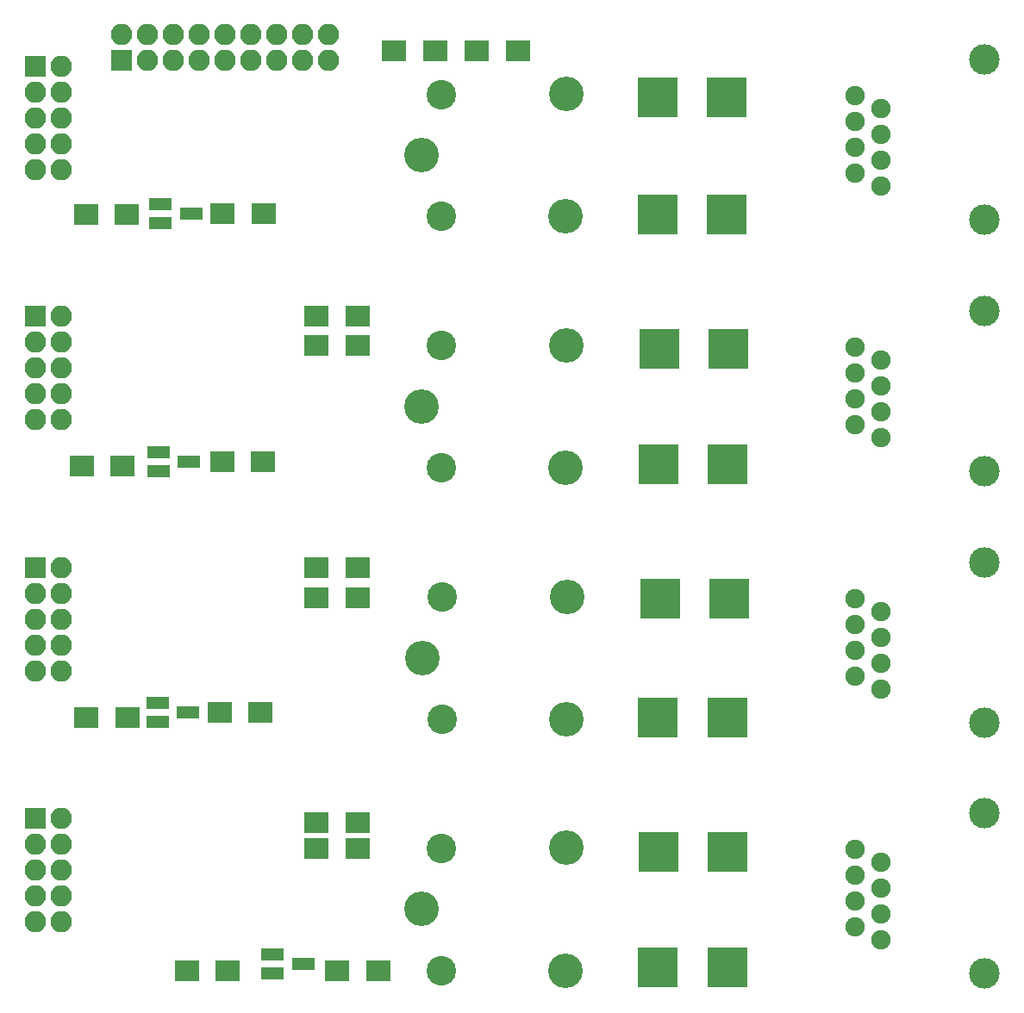
<source format=gts>
G04 #@! TF.FileFunction,Soldermask,Top*
%FSLAX46Y46*%
G04 Gerber Fmt 4.6, Leading zero omitted, Abs format (unit mm)*
G04 Created by KiCad (PCBNEW 4.0.7) date 03/01/19 13:16:32*
%MOMM*%
%LPD*%
G01*
G04 APERTURE LIST*
%ADD10C,0.100000*%
%ADD11C,1.900000*%
%ADD12C,3.000000*%
%ADD13R,3.900000X3.900000*%
%ADD14C,2.900000*%
%ADD15C,3.400000*%
%ADD16R,2.300000X1.200000*%
%ADD17R,2.400000X2.100000*%
%ADD18R,2.100000X2.100000*%
%ADD19O,2.100000X2.100000*%
G04 APERTURE END LIST*
D10*
D11*
X223075500Y-136652000D03*
X223075500Y-139192000D03*
X223075500Y-141732000D03*
X223075500Y-144272000D03*
X220535500Y-135382000D03*
X220535500Y-137922000D03*
X220535500Y-140462000D03*
X220535500Y-143002000D03*
D12*
X233235500Y-147574000D03*
X233235500Y-131826000D03*
D13*
X207933500Y-72961500D03*
X201133500Y-72961500D03*
X207933500Y-61404500D03*
X201133500Y-61404500D03*
D14*
X179940500Y-73169500D03*
D15*
X192140500Y-73169500D03*
X192190500Y-61119500D03*
D14*
X179940500Y-61169500D03*
D15*
X177990500Y-67119500D03*
D16*
X152322400Y-71948000D03*
X152322400Y-73848000D03*
X155322400Y-72898000D03*
D17*
X149015200Y-72999600D03*
X145015200Y-72999600D03*
X179292000Y-56896000D03*
X175292000Y-56896000D03*
X183420000Y-56896000D03*
X187420000Y-56896000D03*
D13*
X207997000Y-146939000D03*
X201197000Y-146939000D03*
X208060500Y-135572500D03*
X201260500Y-135572500D03*
D14*
X179940500Y-147274000D03*
D15*
X192140500Y-147274000D03*
X192190500Y-135224000D03*
D14*
X179940500Y-135274000D03*
D15*
X177990500Y-141224000D03*
D16*
X163346000Y-145671500D03*
X163346000Y-147571500D03*
X166346000Y-146621500D03*
D17*
X158908500Y-147320000D03*
X154908500Y-147320000D03*
X171672000Y-135255000D03*
X167672000Y-135255000D03*
X171672000Y-132715000D03*
X167672000Y-132715000D03*
D13*
X208060500Y-97536000D03*
X201260500Y-97536000D03*
X208124000Y-86169500D03*
X201324000Y-86169500D03*
X207997000Y-122428000D03*
X201197000Y-122428000D03*
X208187500Y-110744000D03*
X201387500Y-110744000D03*
D14*
X179940500Y-97871000D03*
D15*
X192140500Y-97871000D03*
X192190500Y-85821000D03*
D14*
X179940500Y-85871000D03*
D15*
X177990500Y-91821000D03*
D14*
X180004000Y-122572500D03*
D15*
X192204000Y-122572500D03*
X192254000Y-110522500D03*
D14*
X180004000Y-110572500D03*
D15*
X178054000Y-116522500D03*
D16*
X152119200Y-96319300D03*
X152119200Y-98219300D03*
X155119200Y-97269300D03*
X152043000Y-120970000D03*
X152043000Y-122870000D03*
X155043000Y-121920000D03*
D17*
X148570700Y-97688400D03*
X144570700Y-97688400D03*
X149066000Y-122428000D03*
X145066000Y-122428000D03*
X171672000Y-85852000D03*
X167672000Y-85852000D03*
X171672000Y-110617000D03*
X167672000Y-110617000D03*
X171672000Y-82931000D03*
X167672000Y-82931000D03*
X171672000Y-107696000D03*
X167672000Y-107696000D03*
D18*
X148526500Y-57785000D03*
D19*
X148526500Y-55245000D03*
X151066500Y-57785000D03*
X151066500Y-55245000D03*
X153606500Y-57785000D03*
X153606500Y-55245000D03*
X156146500Y-57785000D03*
X156146500Y-55245000D03*
X158686500Y-57785000D03*
X158686500Y-55245000D03*
X161226500Y-57785000D03*
X161226500Y-55245000D03*
X163766500Y-57785000D03*
X163766500Y-55245000D03*
X166306500Y-57785000D03*
X166306500Y-55245000D03*
X168846500Y-57785000D03*
X168846500Y-55245000D03*
D17*
X162362900Y-97269300D03*
X158362900Y-97269300D03*
X162426400Y-72898000D03*
X158426400Y-72898000D03*
X162147000Y-121920000D03*
X158147000Y-121920000D03*
X173704000Y-147256500D03*
X169704000Y-147256500D03*
D18*
X140004800Y-58369200D03*
D19*
X142544800Y-58369200D03*
X140004800Y-60909200D03*
X142544800Y-60909200D03*
X140004800Y-63449200D03*
X142544800Y-63449200D03*
X140004800Y-65989200D03*
X142544800Y-65989200D03*
X140004800Y-68529200D03*
X142544800Y-68529200D03*
D18*
X140004800Y-132334000D03*
D19*
X142544800Y-132334000D03*
X140004800Y-134874000D03*
X142544800Y-134874000D03*
X140004800Y-137414000D03*
X142544800Y-137414000D03*
X140004800Y-139954000D03*
X142544800Y-139954000D03*
X140004800Y-142494000D03*
X142544800Y-142494000D03*
D18*
X140004800Y-107645200D03*
D19*
X142544800Y-107645200D03*
X140004800Y-110185200D03*
X142544800Y-110185200D03*
X140004800Y-112725200D03*
X142544800Y-112725200D03*
X140004800Y-115265200D03*
X142544800Y-115265200D03*
X140004800Y-117805200D03*
X142544800Y-117805200D03*
D18*
X140004800Y-82956400D03*
D19*
X142544800Y-82956400D03*
X140004800Y-85496400D03*
X142544800Y-85496400D03*
X140004800Y-88036400D03*
X142544800Y-88036400D03*
X140004800Y-90576400D03*
X142544800Y-90576400D03*
X140004800Y-93116400D03*
X142544800Y-93116400D03*
D11*
X223075500Y-62547500D03*
X223075500Y-65087500D03*
X223075500Y-67627500D03*
X223075500Y-70167500D03*
X220535500Y-61277500D03*
X220535500Y-63817500D03*
X220535500Y-66357500D03*
X220535500Y-68897500D03*
D12*
X233235500Y-73469500D03*
X233235500Y-57721500D03*
D11*
X223075500Y-87249000D03*
X223075500Y-89789000D03*
X223075500Y-92329000D03*
X223075500Y-94869000D03*
X220535500Y-85979000D03*
X220535500Y-88519000D03*
X220535500Y-91059000D03*
X220535500Y-93599000D03*
D12*
X233235500Y-98171000D03*
X233235500Y-82423000D03*
D11*
X223075500Y-112014000D03*
X223075500Y-114554000D03*
X223075500Y-117094000D03*
X223075500Y-119634000D03*
X220535500Y-110744000D03*
X220535500Y-113284000D03*
X220535500Y-115824000D03*
X220535500Y-118364000D03*
D12*
X233235500Y-122936000D03*
X233235500Y-107188000D03*
M02*

</source>
